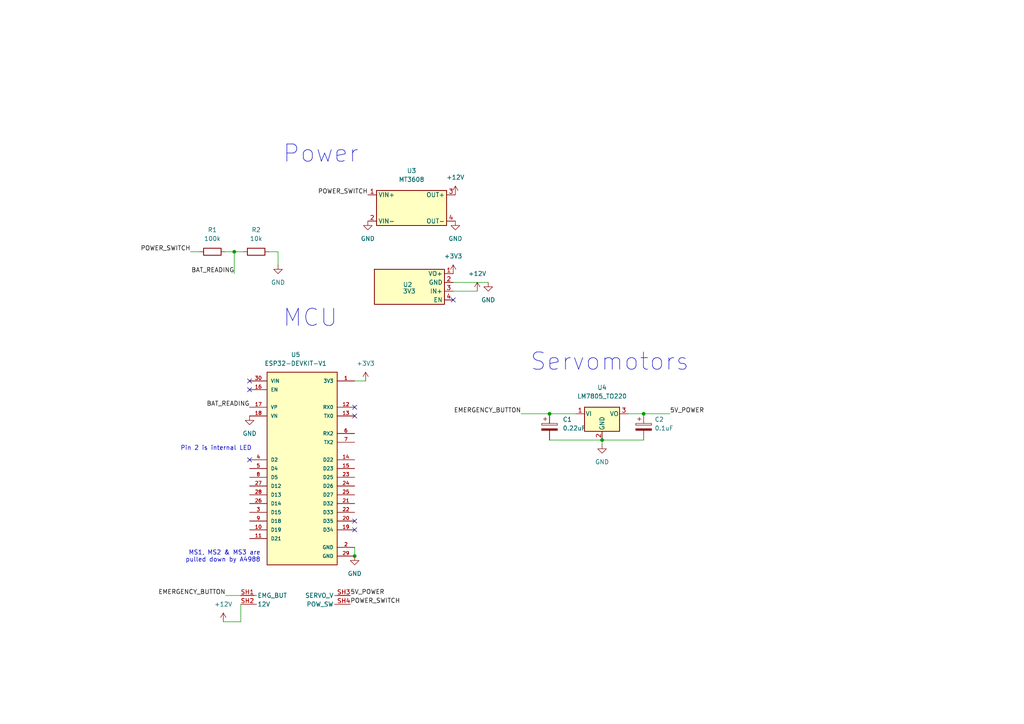
<source format=kicad_sch>
(kicad_sch (version 20230121) (generator eeschema)
  (paper "A4")
  (title_block (comment 1 "First version of stepper PAMI board (2023-10)"))
  (lib_symbols
    (symbol "Device:C_Polarized" (pin_numbers hide) (pin_names (offset 0.254))
      (property "Reference" "C" (at 0.635 2.54 0))
      (property "Value" "C_Polarized" (at 0.635 -2.54 0))
      (symbol "C_Polarized_0_1"
        (rectangle (start -2.286 0.508) (end 2.286 1.016))
        (polyline (pts (xy -1.778 2.286) (xy -0.762 2.286)))
        (polyline (pts (xy -1.27 2.794) (xy -1.27 1.778)))
        (rectangle (start 2.286 -0.508) (end -2.286 -1.016) (fill (type outline)))
      )
      (symbol "C_Polarized_1_1"
        (pin passive line (at 0 3.81 270) (length 2.794) (name "~") (number "1"))
        (pin passive line (at 0 -3.81 90) (length 2.794) (name "~") (number "2"))
      )
    )
    (symbol "Device:R" (pin_numbers hide) (pin_names (offset 0))
      (property "Reference" "R" (at 2.032 0 90))
      (property "Value" "R" (at 0 0 90))
      (symbol "R_0_1"
        (rectangle (start -1.016 -2.54) (end 1.016 2.54) (stroke (width 0.254)))
      )
      (symbol "R_1_1"
        (pin passive line (at 0 3.81 270) (length 1.27) (name "~") (number "1"))
        (pin passive line (at 0 -3.81 90) (length 1.27) (name "~") (number "2"))
      )
    )
    (symbol "MiAM_ESP32:ESP32-DEVKIT-V1-ShieldPattern" (pin_names (offset 1.016))
      (property "Reference" "U" (at -10.16 30.48 0))
      (property "Value" "ESP32-DEVKIT-V1" (at -10.16 -30.48 0))
      (symbol "ESP32-DEVKIT-V1-ShieldPattern_0_0"
        (rectangle (start -10.16 -27.94) (end 10.16 27.94) (stroke (width 0.254)) (fill (type background)))
        (pin output line (at 15.24 25.4 180) (length 5.08) (name "3V3") (number "1"))
        (pin bidirectional line (at -15.24 -17.78 0) (length 5.08) (name "D19") (number "10"))
        (pin bidirectional line (at -15.24 -20.32 0) (length 5.08) (name "D21") (number "11"))
        (pin input line (at 15.24 17.78 180) (length 5.08) (name "RX0") (number "12"))
        (pin output line (at 15.24 15.24 180) (length 5.08) (name "TX0") (number "13"))
        (pin bidirectional line (at 15.24 2.54 180) (length 5.08) (name "D22") (number "14"))
        (pin bidirectional line (at 15.24 0 180) (length 5.08) (name "D23") (number "15"))
        (pin input line (at -15.24 22.86 0) (length 5.08) (name "EN") (number "16"))
        (pin bidirectional line (at -15.24 17.78 0) (length 5.08) (name "VP") (number "17"))
        (pin bidirectional line (at -15.24 15.24 0) (length 5.08) (name "VN") (number "18"))
        (pin bidirectional line (at 15.24 -17.78 180) (length 5.08) (name "D34") (number "19"))
        (pin power_in line (at 15.24 -22.86 180) (length 5.08) (name "GND") (number "2"))
        (pin bidirectional line (at 15.24 -15.24 180) (length 5.08) (name "D35") (number "20"))
        (pin bidirectional line (at 15.24 -10.16 180) (length 5.08) (name "D32") (number "21"))
        (pin bidirectional line (at 15.24 -12.7 180) (length 5.08) (name "D33") (number "22"))
        (pin bidirectional line (at 15.24 -2.54 180) (length 5.08) (name "D25") (number "23"))
        (pin bidirectional line (at 15.24 -5.08 180) (length 5.08) (name "D26") (number "24"))
        (pin bidirectional line (at 15.24 -7.62 180) (length 5.08) (name "D27") (number "25"))
        (pin bidirectional line (at -15.24 -10.16 0) (length 5.08) (name "D14") (number "26"))
        (pin bidirectional line (at -15.24 -5.08 0) (length 5.08) (name "D12") (number "27"))
        (pin bidirectional line (at -15.24 -7.62 0) (length 5.08) (name "D13") (number "28"))
        (pin power_in line (at 15.24 -25.4 180) (length 5.08) (name "GND") (number "29"))
        (pin bidirectional line (at -15.24 -12.7 0) (length 5.08) (name "D15") (number "3"))
        (pin input line (at -15.24 25.4 0) (length 5.08) (name "VIN") (number "30"))
        (pin bidirectional line (at -15.24 2.54 0) (length 5.08) (name "D2") (number "4"))
        (pin bidirectional line (at -15.24 0 0) (length 5.08) (name "D4") (number "5"))
        (pin input line (at 15.24 10.16 180) (length 5.08) (name "RX2") (number "6"))
        (pin output line (at 15.24 7.62 180) (length 5.08) (name "TX2") (number "7"))
        (pin bidirectional line (at -15.24 -2.54 0) (length 5.08) (name "D5") (number "8"))
        (pin bidirectional line (at -15.24 -15.24 0) (length 5.08) (name "D18") (number "9"))
      )
      (symbol "ESP32-DEVKIT-V1-ShieldPattern_1_1"
        (polyline (pts (xy -13.97 -39.37) (xy -13.208 -39.37)) (stroke (width 0.1524)))
        (polyline (pts (xy -13.97 -36.83) (xy -13.208 -36.83)) (stroke (width 0.1524)))
        (polyline (pts (xy 10.16 -39.37) (xy 9.398 -39.37)) (stroke (width 0.1524)))
        (polyline (pts (xy 10.16 -36.83) (xy 9.398 -36.83)) (stroke (width 0.1524)))
        (pin passive line (at -17.78 -36.83 0) (length 3.81) (name "EMG_BUT") (number "SH1"))
        (pin passive line (at -17.78 -39.37 0) (length 3.81) (name "12V") (number "SH2"))
        (pin passive line (at 13.97 -36.83 180) (length 3.81) (name "SERVO_V") (number "SH3"))
        (pin passive line (at 13.97 -39.37 180) (length 3.81) (name "POW_SW") (number "SH4"))
      )
    )
    (symbol "MiAM_ESP32:MT3608"
      (property "Reference" "U" (at 0 0 0))
      (property "Value" "MT3608" (at 0 0 0))
      (symbol "MT3608_0_1"
        (rectangle (start -10.16 5.08) (end 10.16 -5.08) (stroke (width 0.254)) (fill (type background)))
      )
      (symbol "MT3608_1_1"
        (pin power_in line (at -12.7 3.81 0) (length 2.54) (name "VIN+") (number "1"))
        (pin passive line (at -12.7 -3.81 0) (length 2.54) (name "VIN-") (number "2"))
        (pin power_out line (at 12.7 3.81 180) (length 2.54) (name "OUT+") (number "3"))
        (pin passive line (at 12.7 -3.81 180) (length 2.54) (name "OUT-") (number "4"))
      )
    )
    (symbol "MiAM_ESP32:VoltageRegulator"
      (property "Reference" "U" (at -2.54 10.16 0))
      (property "Value" "VoltageRegulator" (at -2.54 7.62 0))
      (symbol "VoltageRegulator_0_1"
        (rectangle (start -10.16 5.08) (end 10.16 -5.08) (stroke (width 0.254)) (fill (type background)))
      )
      (symbol "VoltageRegulator_1_1"
        (pin power_out line (at 12.7 3.81 180) (length 2.54) (name "VO+") (number "1"))
        (pin passive line (at 12.7 1.27 180) (length 2.54) (name "GND") (number "2"))
        (pin power_in line (at 12.7 -1.27 180) (length 2.54) (name "IN+") (number "3"))
        (pin input line (at 12.7 -3.81 180) (length 2.54) (name "EN") (number "4"))
      )
    )
    (symbol "Regulator_Linear:LM7805_TO220" (pin_names (offset 0.254))
      (property "Reference" "U" (at -3.81 3.175 0))
      (property "Value" "LM7805_TO220" (at 0 3.175 0))
      (symbol "LM7805_TO220_0_1"
        (rectangle (start -5.08 1.905) (end 5.08 -5.08) (stroke (width 0.254)) (fill (type background)))
      )
      (symbol "LM7805_TO220_1_1"
        (pin power_in line (at -7.62 0 0) (length 2.54) (name "VI") (number "1"))
        (pin power_in line (at 0 -7.62 90) (length 2.54) (name "GND") (number "2"))
        (pin power_out line (at 7.62 0 180) (length 2.54) (name "VO") (number "3"))
      )
    )
    (symbol "power:+12V" (power) (pin_names (offset 0))
      (property "Value" "+12V" (at 0 3.556 0))
      (symbol "+12V_0_1"
        (polyline (pts (xy -0.762 1.27) (xy 0 2.54)))
        (polyline (pts (xy 0 0) (xy 0 2.54)))
        (polyline (pts (xy 0 2.54) (xy 0.762 1.27)))
      )
      (symbol "+12V_1_1"
        (pin power_in line (at 0 0 90) (length 0) hide (name "+12V") (number "1"))
      )
    )
    (symbol "power:+3V3" (power) (pin_names (offset 0))
      (property "Value" "+3V3" (at 0 3.556 0))
      (symbol "+3V3_0_1"
        (polyline (pts (xy -0.762 1.27) (xy 0 2.54)))
        (polyline (pts (xy 0 0) (xy 0 2.54)))
        (polyline (pts (xy 0 2.54) (xy 0.762 1.27)))
      )
      (symbol "+3V3_1_1"
        (pin power_in line (at 0 0 90) (length 0) hide (name "+3V3") (number "1"))
      )
    )
    (symbol "power:GND" (power) (pin_names (offset 0))
      (property "Value" "GND" (at 0 -3.81 0))
      (symbol "GND_0_1"
        (polyline (pts (xy 0 0) (xy 0 -1.27) (xy 1.27 -1.27) (xy 0 -2.54) (xy -1.27 -1.27) (xy 0 -1.27)))
      )
      (symbol "GND_1_1"
        (pin power_in line (at 0 0 270) (length 0) hide (name "GND") (number "1"))
      )
    )
  )
  (junction (at 174.625 127.635))
  (junction (at 102.87 161.29))
  (junction (at 67.945 73.025))
  (junction (at 159.385 120.015))
  (junction (at 186.69 120.015))
  (no_connect (at 72.39 110.49))
  (no_connect (at 72.39 113.03))
  (no_connect (at 102.87 151.13))
  (no_connect (at 72.39 133.35))
  (no_connect (at 102.87 153.67))
  (no_connect (at 102.87 120.65))
  (no_connect (at 131.445 86.995))
  (no_connect (at 102.87 118.11))
  (wire (pts (xy 131.445 81.915) (xy 141.605 81.915)))
  (wire (pts (xy 69.85 175.26) (xy 69.85 180.34)))
  (wire (pts (xy 78.105 73.025) (xy 80.645 73.025)))
  (wire (pts (xy 65.405 73.025) (xy 67.945 73.025)))
  (wire (pts (xy 131.445 84.455) (xy 138.43 84.455)))
  (wire (pts (xy 182.245 120.015) (xy 186.69 120.015)))
  (wire (pts (xy 65.405 172.72) (xy 69.85 172.72)))
  (wire (pts (xy 67.945 73.025) (xy 67.945 79.375)))
  (wire (pts (xy 69.85 180.34) (xy 64.77 180.34)))
  (wire (pts (xy 186.69 120.015) (xy 194.31 120.015)))
  (wire (pts (xy 174.625 128.905) (xy 174.625 127.635)))
  (wire (pts (xy 174.625 127.635) (xy 186.69 127.635)))
  (wire (pts (xy 70.485 73.025) (xy 67.945 73.025)))
  (wire (pts (xy 151.13 120.015) (xy 159.385 120.015)))
  (wire (pts (xy 102.87 110.49) (xy 106.045 110.49)))
  (wire (pts (xy 159.385 127.635) (xy 174.625 127.635)))
  (wire (pts (xy 102.87 158.75) (xy 102.87 161.29)))
  (wire (pts (xy 55.245 73.025) (xy 57.785 73.025)))
  (wire (pts (xy 159.385 120.015) (xy 167.005 120.015)))
  (wire (pts (xy 80.645 73.025) (xy 80.645 76.835)))
  (text "Power" (at 81.915 47.625 0) (effects (font (size 5 5)) (justify left bottom)))
  (text "MCU" (at 81.915 95.25 0) (effects (font (size 5 5)) (justify left bottom)))
  (text "Pin 2 is internal LED" (at 73.025 130.81 0) (effects (font (size 1.27 1.27)) (justify right bottom)))
  (text "Servomotors" (at 153.67 107.95 0) (effects (font (size 5 5)) (justify left bottom)))
  (text "MS1, MS2 & MS3 are\npulled down by A4988" (at 75.565 163.195 0) (effects (font (size 1.27 1.27)) (justify right bottom)))
  (label "5V_POWER" (at 101.6 172.72 0))
  (label "POWER_SWITCH" (at 101.6 175.26 0))
  (label "5V_POWER" (at 194.31 120.015 0))
  (label "BAT_READING" (at 67.945 79.375 180))
  (label "BAT_READING" (at 72.39 118.11 180))
  (label "EMERGENCY_BUTTON" (at 65.405 172.72 180))
  (label "EMERGENCY_BUTTON" (at 151.13 120.015 180))
  (label "POWER_SWITCH" (at 106.68 56.515 180))
  (label "POWER_SWITCH" (at 55.245 73.025 180))
  (symbol (lib_id "power:+3V3") (at 131.445 79.375 0) (unit 1)
    (property "Reference" "#PWR0119" (effects hide))
    (property "Value" "+3V3" (at 131.445 74.295 0))
  )
  (symbol (lib_id "power:+12V") (at 138.43 84.455 0) (unit 1)
    (property "Reference" "#PWR0110" (effects hide))
    (property "Value" "+12V" (at 138.43 79.375 0))
  )
  (symbol (lib_id "Regulator_Linear:LM7805_TO220") (at 174.625 120.015 0) (unit 1)
    (property "Reference" "U4" (at 174.625 112.395 0))
    (property "Value" "LM7805_TO220" (at 174.625 114.935 0))
    (property "Footprint" "Package_TO_SOT_THT:TO-220-3_Horizontal_TabDown" (effects hide))
    (property "Datasheet" "https://www.onsemi.cn/PowerSolutions/document/MC7800-D.PDF" (effects hide))
  )
  (symbol (lib_id "power:+3V3") (at 106.045 110.49 0) (unit 1)
    (property "Reference" "#PWR0101" (effects hide))
    (property "Value" "+3V3" (at 106.045 105.41 0))
  )
  (symbol (lib_id "MiAM_ESP32:MT3608") (at 119.38 60.325 0) (unit 1)
    (property "Reference" "U3" (at 119.38 49.53 0))
    (property "Value" "MT3608" (at 119.38 52.07 0))
    (property "Footprint" "MiAM_ESP32_Footprints:MT3608" (effects hide))
  )
  (symbol (lib_id "power:+12V") (at 132.08 56.515 0) (unit 1)
    (property "Reference" "#PWR0118" (effects hide))
    (property "Value" "+12V" (at 132.08 51.435 0))
  )
  (symbol (lib_id "Device:C_Polarized") (at 159.385 123.825 0) (unit 1)
    (property "Reference" "C1" (at 163.195 121.6659 0) (effects (justify left)))
    (property "Value" "0.22uF" (at 163.195 124.2059 0) (effects (justify left)))
    (property "Footprint" "Capacitor_THT:CP_Radial_D4.0mm_P2.00mm" (effects hide))
  )
  (symbol (lib_id "power:GND") (at 102.87 161.29 0) (unit 1)
    (property "Reference" "#PWR0122" (effects hide))
    (property "Value" "GND" (at 102.87 166.37 0))
  )
  (symbol (lib_id "power:GND") (at 106.68 64.135 0) (unit 1)
    (property "Reference" "#PWR0117" (effects hide))
    (property "Value" "GND" (at 106.68 69.215 0))
  )
  (symbol (lib_id "power:+12V") (at 64.77 180.34 0) (unit 1)
    (property "Reference" "#PWR01" (effects hide))
    (property "Value" "+12V" (at 64.77 175.26 0))
  )
  (symbol (lib_id "MiAM_ESP32:VoltageRegulator") (at 118.745 83.185 0) (unit 1)
    (property "Reference" "U2" (at 116.84 82.55 0) (effects (justify left)))
    (property "Value" "3V3" (at 116.84 84.455 0) (effects (justify left)))
    (property "Footprint" "MiAM_ESP32_Footprints:VoltageRegulator" (effects hide))
  )
  (symbol (lib_id "MiAM_ESP32:ESP32-DEVKIT-V1-ShieldPattern") (at 87.63 135.89 0) (unit 1)
    (property "Reference" "U5" (at 85.7504 102.87 0))
    (property "Value" "ESP32-DEVKIT-V1" (at 85.7504 105.41 0))
    (property "Footprint" "MiAM_ESP32_Footprints:ESP32_ShieldPattern" (effects hide))
    (property "PARTREV" "N/A" (effects hide))
    (property "STANDARD" "Manufacturer Recommendations" (effects hide))
    (property "MAXIMUM_PACKAGE_HEIGHT" "6.8 mm" (effects hide))
    (property "MANUFACTURER" "DOIT" (effects hide))
  )
  (symbol (lib_id "Device:R") (at 74.295 73.025 90) (unit 1)
    (property "Reference" "R2" (at 74.295 66.675 90))
    (property "Value" "10k" (at 74.295 69.215 90))
    (property "Footprint" "Resistor_SMD:R_0805_2012Metric_Pad1.20x1.40mm_HandSolder" (effects hide))
  )
  (symbol (lib_id "power:GND") (at 174.625 128.905 0) (unit 1)
    (property "Reference" "#PWR0107" (effects hide))
    (property "Value" "GND" (at 174.625 133.985 0))
  )
  (symbol (lib_id "power:GND") (at 80.645 76.835 0) (unit 1)
    (property "Reference" "#PWR0115" (effects hide))
    (property "Value" "GND" (at 80.645 81.915 0))
  )
  (symbol (lib_id "Device:R") (at 61.595 73.025 90) (unit 1)
    (property "Reference" "R1" (at 61.595 66.675 90))
    (property "Value" "100k" (at 61.595 69.215 90))
    (property "Footprint" "Resistor_SMD:R_0805_2012Metric_Pad1.20x1.40mm_HandSolder" (effects hide))
  )
  (symbol (lib_id "Device:C_Polarized") (at 186.69 123.825 0) (unit 1)
    (property "Reference" "C2" (at 189.865 121.6659 0) (effects (justify left)))
    (property "Value" "0.1uF" (at 189.865 124.2059 0) (effects (justify left)))
    (property "Footprint" "Capacitor_THT:CP_Radial_D4.0mm_P2.00mm" (effects hide))
  )
  (symbol (lib_id "power:GND") (at 72.39 120.65 0) (unit 1)
    (property "Reference" "#PWR0121" (effects hide))
    (property "Value" "GND" (at 72.39 125.73 0))
  )
  (symbol (lib_id "power:GND") (at 132.08 64.135 0) (unit 1)
    (property "Reference" "#PWR0120" (effects hide))
    (property "Value" "GND" (at 132.08 69.215 0))
  )
  (symbol (lib_id "power:GND") (at 141.605 81.915 0) (unit 1)
    (property "Reference" "#PWR0111" (effects hide))
    (property "Value" "GND" (at 141.605 86.995 0))
  )
)
</source>
